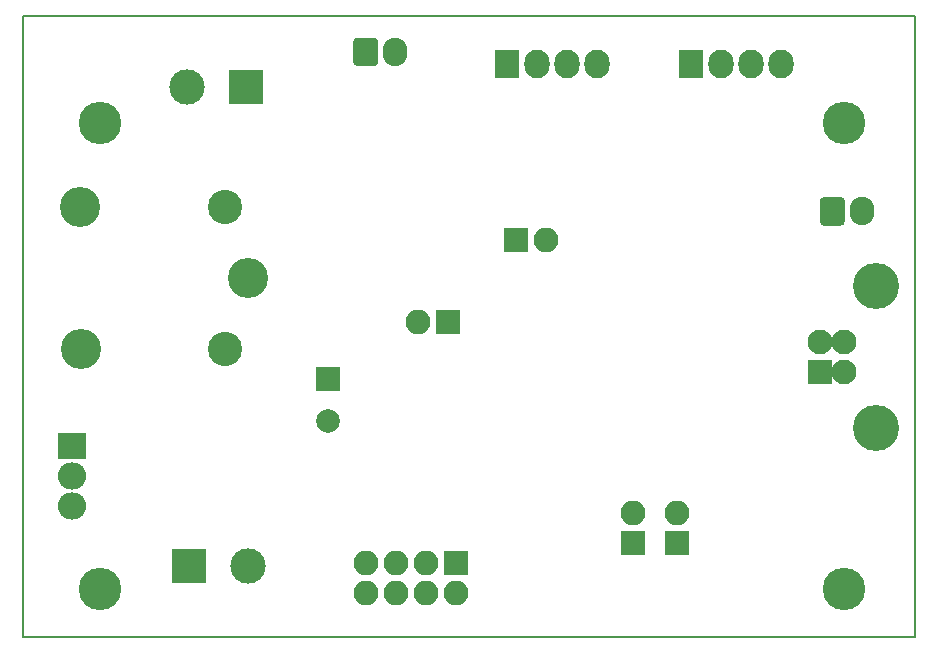
<source format=gbr>
G04 #@! TF.GenerationSoftware,KiCad,Pcbnew,5.1.6*
G04 #@! TF.CreationDate,2020-10-24T20:22:56+03:00*
G04 #@! TF.ProjectId,stm32,73746d33-322e-46b6-9963-61645f706362,rev?*
G04 #@! TF.SameCoordinates,Original*
G04 #@! TF.FileFunction,Soldermask,Bot*
G04 #@! TF.FilePolarity,Negative*
%FSLAX46Y46*%
G04 Gerber Fmt 4.6, Leading zero omitted, Abs format (unit mm)*
G04 Created by KiCad (PCBNEW 5.1.6) date 2020-10-24 20:22:56*
%MOMM*%
%LPD*%
G01*
G04 APERTURE LIST*
G04 #@! TA.AperFunction,Profile*
%ADD10C,0.150000*%
G04 #@! TD*
%ADD11R,2.130000X2.430000*%
%ADD12O,2.130000X2.430000*%
%ADD13R,3.000000X3.000000*%
%ADD14C,3.000000*%
%ADD15R,2.100000X2.100000*%
%ADD16O,2.100000X2.100000*%
%ADD17O,2.100000X2.400000*%
%ADD18C,3.400000*%
%ADD19C,2.900000*%
%ADD20C,2.100000*%
%ADD21C,3.900000*%
%ADD22C,3.600000*%
%ADD23R,2.400000X2.305000*%
%ADD24O,2.400000X2.305000*%
%ADD25R,2.000000X2.000000*%
%ADD26C,2.000000*%
G04 APERTURE END LIST*
D10*
X38000000Y-104500000D02*
X38000000Y-52000000D01*
X113500000Y-104500000D02*
X38000000Y-104500000D01*
X113500000Y-52000000D02*
X113500000Y-104500000D01*
X38000000Y-52000000D02*
X113500000Y-52000000D01*
D11*
X94500000Y-56000000D03*
D12*
X97040000Y-56000000D03*
X99580000Y-56000000D03*
X102120000Y-56000000D03*
X86620000Y-56000000D03*
X84080000Y-56000000D03*
X81540000Y-56000000D03*
D11*
X79000000Y-56000000D03*
D13*
X52000000Y-98500000D03*
D14*
X57000000Y-98500000D03*
D15*
X74602000Y-98255500D03*
D16*
X74602000Y-100795500D03*
X72062000Y-98255500D03*
X72062000Y-100795500D03*
X69522000Y-98255500D03*
X69522000Y-100795500D03*
X66982000Y-98255500D03*
X66982000Y-100795500D03*
D17*
X109000000Y-68500000D03*
G36*
G01*
X105450000Y-69391177D02*
X105450000Y-67608823D01*
G75*
G02*
X105758823Y-67300000I308823J0D01*
G01*
X107241177Y-67300000D01*
G75*
G02*
X107550000Y-67608823I0J-308823D01*
G01*
X107550000Y-69391177D01*
G75*
G02*
X107241177Y-69700000I-308823J0D01*
G01*
X105758823Y-69700000D01*
G75*
G02*
X105450000Y-69391177I0J308823D01*
G01*
G37*
G36*
G01*
X65950000Y-55891177D02*
X65950000Y-54108823D01*
G75*
G02*
X66258823Y-53800000I308823J0D01*
G01*
X67741177Y-53800000D01*
G75*
G02*
X68050000Y-54108823I0J-308823D01*
G01*
X68050000Y-55891177D01*
G75*
G02*
X67741177Y-56200000I-308823J0D01*
G01*
X66258823Y-56200000D01*
G75*
G02*
X65950000Y-55891177I0J308823D01*
G01*
G37*
X69500000Y-55000000D03*
D13*
X56885500Y-58000000D03*
D14*
X51885500Y-58000000D03*
D18*
X57025200Y-74107720D03*
D19*
X55075200Y-68157720D03*
D18*
X42825200Y-68107720D03*
X42875200Y-80157720D03*
D19*
X55075200Y-80157720D03*
D15*
X105463000Y-82063000D03*
D20*
X105463000Y-79563000D03*
X107463000Y-79563000D03*
X107463000Y-82063000D03*
D21*
X110173000Y-86833000D03*
X110173000Y-74793000D03*
D22*
X44500000Y-100500000D03*
X107500000Y-61000000D03*
X44500000Y-61000000D03*
X107500000Y-100500000D03*
D16*
X89588000Y-94001000D03*
D15*
X89588000Y-96541000D03*
X93334500Y-96541000D03*
D16*
X93334500Y-94001000D03*
D23*
X42153500Y-88349500D03*
D24*
X42153500Y-90889500D03*
X42153500Y-93429500D03*
D15*
X79682000Y-70950500D03*
D16*
X82222000Y-70950500D03*
X71460000Y-77872000D03*
D15*
X74000000Y-77872000D03*
D25*
X63844500Y-82734000D03*
D26*
X63844500Y-86234000D03*
M02*

</source>
